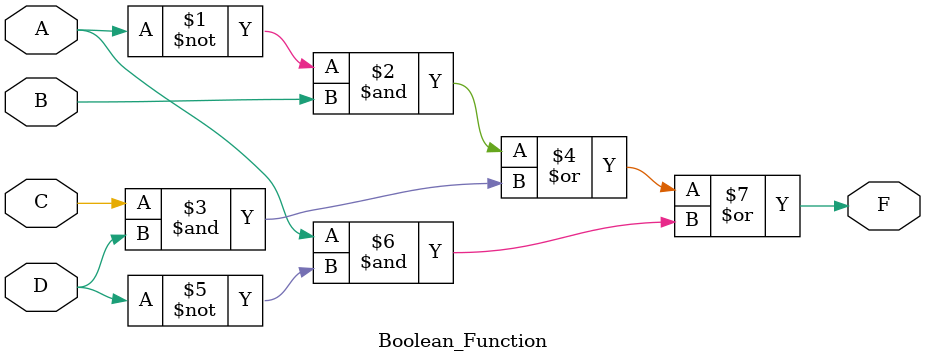
<source format=v>
module Boolean_Function ( 
    input  wire A, 
    input  wire B, 
    input  wire C, 
    input  wire D, 
    output wire F 
); 
 
assign F = (~A & B) | (C & D) | (A & ~D); 
 
endmodule 
 

</source>
